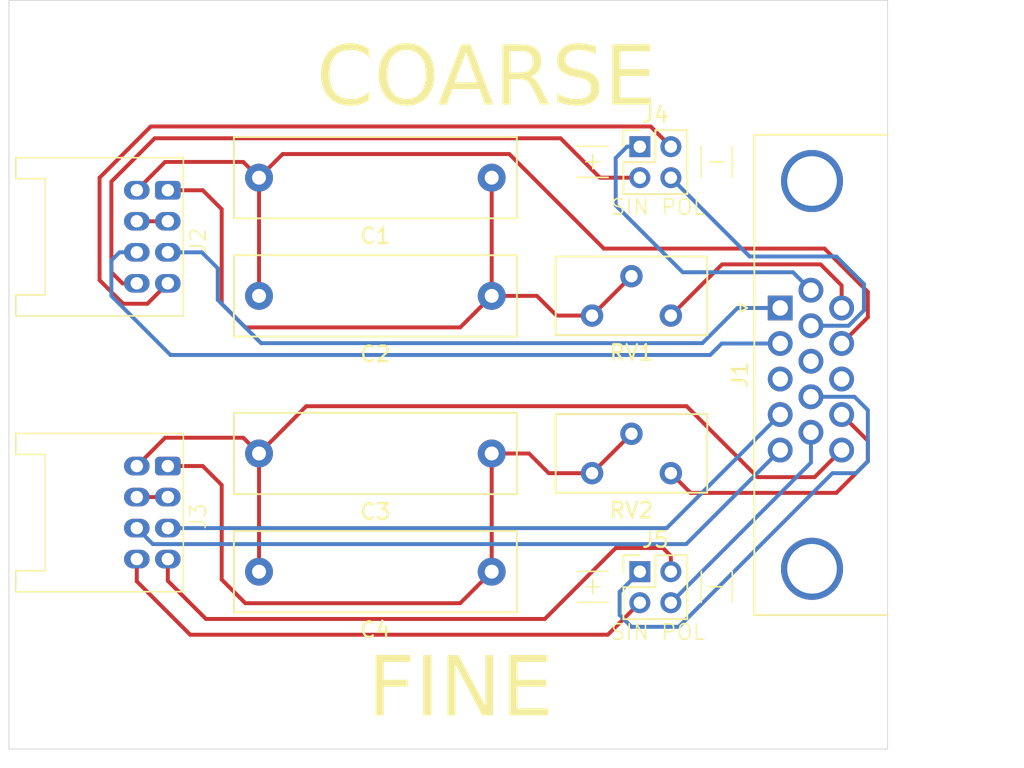
<source format=kicad_pcb>
(kicad_pcb (version 20240108) (generator "pcbnew") (generator_version "8.0")
  (layers (0 "F.Cu" signal) (31 "B.Cu" signal) (34 "B.Paste" user) (35 "F.Paste" user) (36 "B.SilkS" user "B.Silkscreen") (37 "F.SilkS" user "F.Silkscreen") (38 "B.Mask" user) (39 "F.Mask" user) (44 "Edge.Cuts" user))
  (net 0 "")
  (net 1 "Net-(J2-Pin_1)")
  (net 2 "/28RFL")
  (net 3 "Net-(J3-Pin_1)")
  (net 4 "/5RFL")
  (net 5 "/CSINH")
  (net 6 "/FCOSL")
  (net 7 "/FCOSH")
  (net 8 "GND")
  (net 9 "/CCOSL")
  (net 10 "/CCOSH")
  (net 11 "/CSINL")
  (net 12 "/FSINL")
  (net 13 "/5RFH")
  (net 15 "/FSINH")
  (net 17 "/28RFH")
  (net 18 "Net-(J2-Pin_3)")
  (net 19 "Net-(J2-Pin_7)")
  (net 20 "Net-(J2-Pin_8)")
  (net 21 "Net-(J3-Pin_7)")
  (net 22 "Net-(J3-Pin_3)")
  (net 23 "Net-(J3-Pin_8)")
  (footprint "cdu:DF11-8DP-2DS" (layer "F.Cu") (at 46.31 51.61 90)
    (property "Reference" "J3" (at -3.254 1.95 90) (layer "F.SilkS") (effects (font (thickness 0.1))))
    (property "Value" "Conn_01x08")
    (fp_line (start 0.75 -9.8) (end 2.1 -9.8) (stroke (width 0.1)) (layer "F.SilkS"))
    (fp_line (start -6.75 -9.8) (end -6.75 -7.9) (stroke (width 0.1)) (layer "F.SilkS"))
    (fp_line (start -8.1 -9.8) (end -6.75 -9.8) (stroke (width 0.1)) (layer "F.SilkS"))
    (fp_line (start -8.1 -9.8) (end -8.1 1) (stroke (width 0.1)) (layer "F.SilkS"))
    (fp_line (start 0.75 -7.9) (end 0.75 -9.8) (stroke (width 0.1)) (layer "F.SilkS"))
    (fp_line (start -6.75 -7.9) (end 0.75 -7.9) (stroke (width 0.1)) (layer "F.SilkS"))
    (fp_line (start 2.1 1) (end 2.1 -9.8) (stroke (width 0.1)) (layer "F.SilkS"))
    (fp_line (start -8.1 1) (end 2.1 1) (stroke (width 0.1)) (layer "F.SilkS"))
    (pad "1" thru_hole roundrect (at 0 0 270) (size 1.2 1.65) (drill 0.8) (layers "*.Cu" "*.Mask") (roundrect_rratio 0.2083333333) (net 3 "Net-(J3-Pin_1)"))
    (pad "2" thru_hole oval (at 0 -2 270) (size 1.2 1.65) (drill 0.8) (layers "*.Cu" "*.Mask") (net 4 "/5RFL"))
    (pad "3" thru_hole oval (at -2 0 270) (size 1.2 1.65) (drill 0.8) (layers "*.Cu" "*.Mask") (net 22 "Net-(J3-Pin_3)"))
    (pad "4" thru_hole oval (at -2 -2 270) (size 1.2 1.65) (drill 0.8) (layers "*.Cu" "*.Mask") (net 22 "Net-(J3-Pin_3)"))
    (pad "5" thru_hole oval (at -4 0 270) (size 1.2 1.65) (drill 0.8) (layers "*.Cu" "*.Mask") (net 7 "/FCOSH"))
    (pad "6" thru_hole oval (at -4 -2 270) (size 1.2 1.65) (drill 0.8) (layers "*.Cu" "*.Mask") (net 6 "/FCOSL"))
    (pad "7" thru_hole oval (at -6 0 270) (size 1.2 1.65) (drill 0.8) (layers "*.Cu" "*.Mask") (net 21 "Net-(J3-Pin_7)"))
    (pad "8" thru_hole oval (at -6 -2 270) (size 1.2 1.65) (drill 0.8) (layers "*.Cu" "*.Mask") (net 23 "Net-(J3-Pin_8)"))
  )
  (footprint "Connector_Dsub:DSUB-15-HD_Female_Horizontal_P2.29x1.98mm_EdgePinOffset3.03mm_Housed_MountingHolesOffset4.94mm" (layer "F.Cu") (at 85.789669 41.42 90)
    (property "Reference" "J1" (at -4.315 -2.61 90) (layer "F.SilkS"))
    (property "Value" "Conn_01x15")
    (fp_line (start 0.25 -2.564338) (end 0 -2.131325) (stroke (width 0.12)) (layer "F.SilkS"))
    (fp_line (start -0.25 -2.564338) (end 0.25 -2.564338) (stroke (width 0.12)) (layer "F.SilkS"))
    (fp_line (start 0 -2.131325) (end -0.25 -2.564338) (stroke (width 0.12)) (layer "F.SilkS"))
    (fp_line (start 11.17 -1.67) (end 11.17 6.93) (stroke (width 0.12)) (layer "F.SilkS"))
    (fp_line (start -19.8 -1.67) (end 11.17 -1.67) (stroke (width 0.12)) (layer "F.SilkS"))
    (fp_line (start -19.8 6.93) (end -19.8 -1.67) (stroke (width 0.12)) (layer "F.SilkS"))
    (pad "0" thru_hole circle (at -16.815 2.05 90) (size 4 4) (drill 3.2) (layers "*.Cu" "*.Mask"))
    (pad "0" thru_hole circle (at 8.185 2.05 90) (size 4 4) (drill 3.2) (layers "*.Cu" "*.Mask"))
    (pad "1" thru_hole rect (at 0 0 90) (size 1.6 1.6) (drill 1) (layers "*.Cu" "*.Mask") (net 10 "/CCOSH"))
    (pad "2" thru_hole circle (at -2.29 0 90) (size 1.6 1.6) (drill 1) (layers "*.Cu" "*.Mask") (net 9 "/CCOSL"))
    (pad "3" thru_hole circle (at -4.58 0 90) (size 1.6 1.6) (drill 1) (layers "*.Cu" "*.Mask"))
    (pad "4" thru_hole circle (at -6.87 0 90) (size 1.6 1.6) (drill 1) (layers "*.Cu" "*.Mask") (net 7 "/FCOSH"))
    (pad "5" thru_hole circle (at -9.16 0 90) (size 1.6 1.6) (drill 1) (layers "*.Cu" "*.Mask") (net 6 "/FCOSL"))
    (pad "6" thru_hole circle (at 1.145 1.98 90) (size 1.6 1.6) (drill 1) (layers "*.Cu" "*.Mask") (net 5 "/CSINH"))
    (pad "7" thru_hole circle (at -1.145 1.98 90) (size 1.6 1.6) (drill 1) (layers "*.Cu" "*.Mask") (net 11 "/CSINL"))
    (pad "8" thru_hole circle (at -3.435 1.98 90) (size 1.6 1.6) (drill 1) (layers "*.Cu" "*.Mask"))
    (pad "9" thru_hole circle (at -5.725 1.98 90) (size 1.6 1.6) (drill 1) (layers "*.Cu" "*.Mask") (net 15 "/FSINH"))
    (pad "10" thru_hole circle (at -8.015 1.98 90) (size 1.6 1.6) (drill 1) (layers "*.Cu" "*.Mask") (net 12 "/FSINL"))
    (pad "11" thru_hole circle (at 0 3.96 90) (size 1.6 1.6) (drill 1) (layers "*.Cu" "*.Mask") (net 17 "/28RFH"))
    (pad "12" thru_hole circle (at -2.29 3.96 90) (size 1.6 1.6) (drill 1) (layers "*.Cu" "*.Mask") (net 2 "/28RFL"))
    (pad "13" thru_hole circle (at -4.58 3.96 90) (size 1.6 1.6) (drill 1) (layers "*.Cu" "*.Mask") (net 8 "GND"))
    (pad "14" thru_hole circle (at -6.87 3.96 90) (size 1.6 1.6) (drill 1) (layers "*.Cu" "*.Mask") (net 13 "/5RFH"))
    (pad "15" thru_hole circle (at -9.16 3.96 90) (size 1.6 1.6) (drill 1) (layers "*.Cu" "*.Mask") (net 4 "/5RFL"))
  )
  (footprint "cdu:C_Rect_L18.0mm_W5.0mm_P15.00mm_O0.6mm_FKS3_FKP3" (layer "F.Cu") (at 67.19 40.64 180)
    (property "Reference" "C2" (at 7.5 -3.75 180) (layer "F.SilkS"))
    (property "Value" "0.56uF")
    (fp_line (start 16.62 -2.62) (end 16.62 2.62) (stroke (width 0.12)) (layer "F.SilkS"))
    (fp_line (start -1.62 2.62) (end 16.62 2.62) (stroke (width 0.12)) (layer "F.SilkS"))
    (fp_line (start -1.62 -2.62) (end 16.62 -2.62) (stroke (width 0.12)) (layer "F.SilkS"))
    (fp_line (start -1.62 -2.62) (end -1.62 2.62) (stroke (width 0.12)) (layer "F.SilkS"))
    (pad "1" thru_hole circle (at 0 0 180) (size 1.8 1.8) (drill 0.9) (layers "*.Cu" "*.Mask") (net 1 "Net-(J2-Pin_1)"))
    (pad "2" thru_hole circle (at 15 0 180) (size 1.8 1.8) (drill 0.9) (layers "*.Cu" "*.Mask") (net 2 "/28RFL"))
  )
  (footprint "Connector_PinHeader_2.00mm:PinHeader_2x02_P2.00mm_Vertical" (layer "F.Cu") (at 76.74 31.02)
    (property "Reference" "J4" (at 1 -2.06 0) (layer "F.SilkS"))
    (property "Value" "Conn_02x02_Odd_Even")
    (fp_line (start -1.06 -1.06) (end 0 -1.06) (stroke (width 0.12)) (layer "F.SilkS"))
    (fp_line (start -1.06 0) (end -1.06 -1.06) (stroke (width 0.12)) (layer "F.SilkS"))
    (fp_line (start -1.06 1) (end -1.06 3.06) (stroke (width 0.12)) (layer "F.SilkS"))
    (fp_line (start -1.06 1) (end 1 1) (stroke (width 0.12)) (layer "F.SilkS"))
    (fp_line (start -1.06 3.06) (end 3.06 3.06) (stroke (width 0.12)) (layer "F.SilkS"))
    (fp_line (start 1 -1.06) (end 3.06 -1.06) (stroke (width 0.12)) (layer "F.SilkS"))
    (fp_line (start 1 1) (end 1 -1.06) (stroke (width 0.12)) (layer "F.SilkS"))
    (fp_line (start 3.06 -1.06) (end 3.06 3.06) (stroke (width 0.12)) (layer "F.SilkS"))
    (pad "1" thru_hole rect (at 0 0) (size 1.35 1.35) (drill 0.8) (layers "*.Cu" "*.Mask") (net 5 "/CSINH"))
    (pad "2" thru_hole oval (at 2 0) (size 1.35 1.35) (drill 0.8) (layers "*.Cu" "*.Mask") (net 19 "Net-(J2-Pin_7)"))
    (pad "3" thru_hole oval (at 0 2) (size 1.35 1.35) (drill 0.8) (layers "*.Cu" "*.Mask") (net 20 "Net-(J2-Pin_8)"))
    (pad "4" thru_hole oval (at 2 2) (size 1.35 1.35) (drill 0.8) (layers "*.Cu" "*.Mask") (net 11 "/CSINL"))
  )
  (footprint "cdu:MountingHole_4-40" (layer "F.Cu") (at 87.63 25.4)
    (property "Reference" "H4" (hide yes))
    (property "Value" "MountingHole")
    (pad "" np_thru_hole circle (at 0 0) (size 2.9464 2.9464) (drill 2.9464) (layers "F&B.Cu" "*.Mask"))
  )
  (footprint "Connector_PinHeader_2.00mm:PinHeader_2x02_P2.00mm_Vertical" (layer "F.Cu") (at 76.74 58.42)
    (property "Reference" "J5" (at 1 -2.06 0) (layer "F.SilkS"))
    (property "Value" "Conn_02x02_Odd_Even")
    (fp_line (start -1.06 -1.06) (end 0 -1.06) (stroke (width 0.12)) (layer "F.SilkS"))
    (fp_line (start -1.06 0) (end -1.06 -1.06) (stroke (width 0.12)) (layer "F.SilkS"))
    (fp_line (start -1.06 1) (end -1.06 3.06) (stroke (width 0.12)) (layer "F.SilkS"))
    (fp_line (start -1.06 1) (end 1 1) (stroke (width 0.12)) (layer "F.SilkS"))
    (fp_line (start -1.06 3.06) (end 3.06 3.06) (stroke (width 0.12)) (layer "F.SilkS"))
    (fp_line (start 1 -1.06) (end 3.06 -1.06) (stroke (width 0.12)) (layer "F.SilkS"))
    (fp_line (start 1 1) (end 1 -1.06) (stroke (width 0.12)) (layer "F.SilkS"))
    (fp_line (start 3.06 -1.06) (end 3.06 3.06) (stroke (width 0.12)) (layer "F.SilkS"))
    (pad "1" thru_hole rect (at 0 0) (size 1.35 1.35) (drill 0.8) (layers "*.Cu" "*.Mask") (net 15 "/FSINH"))
    (pad "2" thru_hole oval (at 2 0) (size 1.35 1.35) (drill 0.8) (layers "*.Cu" "*.Mask") (net 21 "Net-(J3-Pin_7)"))
    (pad "3" thru_hole oval (at 0 2) (size 1.35 1.35) (drill 0.8) (layers "*.Cu" "*.Mask") (net 23 "Net-(J3-Pin_8)"))
    (pad "4" thru_hole oval (at 2 2) (size 1.35 1.35) (drill 0.8) (layers "*.Cu" "*.Mask") (net 12 "/FSINL"))
  )
  (footprint "cdu:MountingHole_4-40" (layer "F.Cu") (at 40.64 25.4)
    (property "Reference" "H1" (hide yes))
    (property "Value" "MountingHole")
    (pad "" np_thru_hole circle (at 0 0) (size 2.9464 2.9464) (drill 2.9464) (layers "F&B.Cu" "*.Mask"))
  )
  (footprint "Potentiometer_THT:Potentiometer_Bourns_3296Y_Vertical" (layer "F.Cu") (at 73.66 41.91 180)
    (property "Reference" "RV1" (at -2.54 -2.39 360) (layer "F.SilkS"))
    (property "Value" "R_Potentiometer_Trim_US")
    (fp_line (start 2.345 -1.26) (end 2.345 3.81) (stroke (width 0.12)) (layer "F.SilkS"))
    (fp_line (start -7.425 3.81) (end 2.345 3.81) (stroke (width 0.12)) (layer "F.SilkS"))
    (fp_line (start -7.425 -1.26) (end 2.345 -1.26) (stroke (width 0.12)) (layer "F.SilkS"))
    (fp_line (start -7.425 -1.26) (end -7.425 3.81) (stroke (width 0.12)) (layer "F.SilkS"))
    (pad "1" thru_hole circle (at 0 0 180) (size 1.44 1.44) (drill 0.8) (layers "*.Cu" "*.Mask") (net 1 "Net-(J2-Pin_1)"))
    (pad "2" thru_hole circle (at -2.54 2.54 180) (size 1.44 1.44) (drill 0.8) (layers "*.Cu" "*.Mask") (net 1 "Net-(J2-Pin_1)"))
    (pad "3" thru_hole circle (at -5.08 0 180) (size 1.44 1.44) (drill 0.8) (layers "*.Cu" "*.Mask") (net 17 "/28RFH"))
  )
  (footprint "cdu:MountingHole_4-40" (layer "F.Cu") (at 40.64 66.04)
    (property "Reference" "H3" (hide yes))
    (property "Value" "MountingHole")
    (pad "" np_thru_hole circle (at 0 0) (size 2.9464 2.9464) (drill 2.9464) (layers "F&B.Cu" "*.Mask"))
  )
  (footprint "cdu:C_Rect_L18.0mm_W5.0mm_P15.00mm_O0.6mm_FKS3_FKP3" (layer "F.Cu") (at 67.19 58.42 180)
    (property "Reference" "C4" (at 7.5 -3.75 180) (layer "F.SilkS"))
    (property "Value" "0.56uF")
    (fp_line (start 16.62 -2.62) (end 16.62 2.62) (stroke (width 0.12)) (layer "F.SilkS"))
    (fp_line (start -1.62 2.62) (end 16.62 2.62) (stroke (width 0.12)) (layer "F.SilkS"))
    (fp_line (start -1.62 -2.62) (end 16.62 -2.62) (stroke (width 0.12)) (layer "F.SilkS"))
    (fp_line (start -1.62 -2.62) (end -1.62 2.62) (stroke (width 0.12)) (layer "F.SilkS"))
    (pad "1" thru_hole circle (at 0 0 180) (size 1.8 1.8) (drill 0.9) (layers "*.Cu" "*.Mask") (net 3 "Net-(J3-Pin_1)"))
    (pad "2" thru_hole circle (at 15 0 180) (size 1.8 1.8) (drill 0.9) (layers "*.Cu" "*.Mask") (net 4 "/5RFL"))
  )
  (footprint "cdu:DF11-8DP-2DS" (layer "F.Cu") (at 46.31 33.83 90)
    (property "Reference" "J2" (at -3.254 1.95 90) (layer "F.SilkS") (effects (font (thickness 0.1))))
    (property "Value" "Conn_01x08")
    (fp_line (start 0.75 -9.8) (end 2.1 -9.8) (stroke (width 0.1)) (layer "F.SilkS"))
    (fp_line (start -6.75 -9.8) (end -6.75 -7.9) (stroke (width 0.1)) (layer "F.SilkS"))
    (fp_line (start -8.1 -9.8) (end -6.75 -9.8) (stroke (width 0.1)) (layer "F.SilkS"))
    (fp_line (start -8.1 -9.8) (end -8.1 1) (stroke (width 0.1)) (layer "F.SilkS"))
    (fp_line (start 0.75 -7.9) (end 0.75 -9.8) (stroke (width 0.1)) (layer "F.SilkS"))
    (fp_line (start -6.75 -7.9) (end 0.75 -7.9) (stroke (width 0.1)) (layer "F.SilkS"))
    (fp_line (start 2.1 1) (end 2.1 -9.8) (stroke (width 0.1)) (layer "F.SilkS"))
    (fp_line (start -8.1 1) (end 2.1 1) (stroke (width 0.1)) (layer "F.SilkS"))
    (pad "1" thru_hole roundrect (at 0 0 270) (size 1.2 1.65) (drill 0.8) (layers "*.Cu" "*.Mask") (roundrect_rratio 0.2083333333) (net 1 "Net-(J2-Pin_1)"))
    (pad "2" thru_hole oval (at 0 -2 270) (size 1.2 1.65) (drill 0.8) (layers "*.Cu" "*.Mask") (net 2 "/28RFL"))
    (pad "3" thru_hole oval (at -2 0 270) (size 1.2 1.65) (drill 0.8) (layers "*.Cu" "*.Mask") (net 18 "Net-(J2-Pin_3)"))
    (pad "4" thru_hole oval (at -2 -2 270) (size 1.2 1.65) (drill 0.8) (layers "*.Cu" "*.Mask") (net 18 "Net-(J2-Pin_3)"))
    (pad "5" thru_hole oval (at -4 0 270) (size 1.2 1.65) (drill 0.8) (layers "*.Cu" "*.Mask") (net 10 "/CCOSH"))
    (pad "6" thru_hole oval (at -4 -2 270) (size 1.2 1.65) (drill 0.8) (layers "*.Cu" "*.Mask") (net 9 "/CCOSL"))
    (pad "7" thru_hole oval (at -6 0 270) (size 1.2 1.65) (drill 0.8) (layers "*.Cu" "*.Mask") (net 19 "Net-(J2-Pin_7)"))
    (pad "8" thru_hole oval (at -6 -2 270) (size 1.2 1.65) (drill 0.8) (layers "*.Cu" "*.Mask") (net 20 "Net-(J2-Pin_8)"))
  )
  (footprint "cdu:C_Rect_L18.0mm_W5.0mm_P15.00mm_O0.6mm_FKS3_FKP3" (layer "F.Cu") (at 67.19 33.02 180)
    (property "Reference" "C1" (at 7.5 -3.75 180) (layer "F.SilkS"))
    (property "Value" "0.56uF")
    (fp_line (start 16.62 -2.62) (end 16.62 2.62) (stroke (width 0.12)) (layer "F.SilkS"))
    (fp_line (start -1.62 2.62) (end 16.62 2.62) (stroke (width 0.12)) (layer "F.SilkS"))
    (fp_line (start -1.62 -2.62) (end 16.62 -2.62) (stroke (width 0.12)) (layer "F.SilkS"))
    (fp_line (start -1.62 -2.62) (end -1.62 2.62) (stroke (width 0.12)) (layer "F.SilkS"))
    (pad "1" thru_hole circle (at 0 0 180) (size 1.8 1.8) (drill 0.9) (layers "*.Cu" "*.Mask") (net 1 "Net-(J2-Pin_1)"))
    (pad "2" thru_hole circle (at 15 0 180) (size 1.8 1.8) (drill 0.9) (layers "*.Cu" "*.Mask") (net 2 "/28RFL"))
  )
  (footprint "Potentiometer_THT:Potentiometer_Bourns_3296Y_Vertical" (layer "F.Cu") (at 73.66 52.07 180)
    (property "Reference" "RV2" (at -2.54 -2.39 360) (layer "F.SilkS"))
    (property "Value" "R_Potentiometer_Trim_US")
    (fp_line (start 2.345 -1.26) (end 2.345 3.81) (stroke (width 0.12)) (layer "F.SilkS"))
    (fp_line (start -7.425 3.81) (end 2.345 3.81) (stroke (width 0.12)) (layer "F.SilkS"))
    (fp_line (start -7.425 -1.26) (end 2.345 -1.26) (stroke (width 0.12)) (layer "F.SilkS"))
    (fp_line (start -7.425 -1.26) (end -7.425 3.81) (stroke (width 0.12)) (layer "F.SilkS"))
    (pad "1" thru_hole circle (at 0 0 180) (size 1.44 1.44) (drill 0.8) (layers "*.Cu" "*.Mask") (net 3 "Net-(J3-Pin_1)"))
    (pad "2" thru_hole circle (at -2.54 2.54 180) (size 1.44 1.44) (drill 0.8) (layers "*.Cu" "*.Mask") (net 3 "Net-(J3-Pin_1)"))
    (pad "3" thru_hole circle (at -5.08 0 180) (size 1.44 1.44) (drill 0.8) (layers "*.Cu" "*.Mask") (net 13 "/5RFH"))
  )
  (footprint "cdu:MountingHole_4-40" (layer "F.Cu") (at 87.63 66.04)
    (property "Reference" "H2" (hide yes))
    (property "Value" "MountingHole")
    (pad "" np_thru_hole circle (at 0 0) (size 2.9464 2.9464) (drill 2.9464) (layers "F&B.Cu" "*.Mask"))
  )
  (footprint "cdu:C_Rect_L18.0mm_W5.0mm_P15.00mm_O0.6mm_FKS3_FKP3" (layer "F.Cu") (at 67.19 50.8 180)
    (property "Reference" "C3" (at 7.5 -3.75 180) (layer "F.SilkS"))
    (property "Value" "0.56uF")
    (fp_line (start 16.62 -2.62) (end 16.62 2.62) (stroke (width 0.12)) (layer "F.SilkS"))
    (fp_line (start -1.62 2.62) (end 16.62 2.62) (stroke (width 0.12)) (layer "F.SilkS"))
    (fp_line (start -1.62 -2.62) (end 16.62 -2.62) (stroke (width 0.12)) (layer "F.SilkS"))
    (fp_line (start -1.62 -2.62) (end -1.62 2.62) (stroke (width 0.12)) (layer "F.SilkS"))
    (pad "1" thru_hole circle (at 0 0 180) (size 1.8 1.8) (drill 0.9) (layers "*.Cu" "*.Mask") (net 3 "Net-(J3-Pin_1)"))
    (pad "2" thru_hole circle (at 15 0 180) (size 1.8 1.8) (drill 0.9) (layers "*.Cu" "*.Mask") (net 4 "/5RFL"))
  )
  (gr_line (start 74.7 31) (end 72.7 31) (stroke (width 0.1)) (layer "F.SilkS"))
  (gr_line (start 74.7 33) (end 72.7 33) (stroke (width 0.1)) (layer "F.SilkS"))
  (gr_line (start 80.7 58.4) (end 80.7 60.4) (stroke (width 0.1)) (layer "F.SilkS"))
  (gr_line (start 82.7 31) (end 82.7 33) (stroke (width 0.1)) (layer "F.SilkS"))
  (gr_line (start 74.7 60.4) (end 72.7 60.4) (stroke (width 0.1)) (layer "F.SilkS"))
  (gr_line (start 82.7 58.4) (end 82.7 60.4) (stroke (width 0.1)) (layer "F.SilkS"))
  (gr_line (start 80.7 31) (end 80.7 33) (stroke (width 0.1)) (layer "F.SilkS"))
  (gr_line (start 74.7 58.4) (end 72.7 58.4) (stroke (width 0.1)) (layer "F.SilkS"))
  (gr_rect (start 36.068 21.59) (end 92.71 69.85) (stroke (width 0.05)) (fill none) (layer "Edge.Cuts"))
  (gr_text "SIN POL" (at 74.8 62.9 0) (layer "F.SilkS") (effects (font (size 1 1) (thickness 0.1)) (justify left bottom)))
  (gr_text "-" (at 80.9 60 0) (layer "F.SilkS") (effects (font (size 1.2 1.2) (thickness 0.1)) (justify left bottom)))
  (gr_text "+" (at 72.9 60 0) (layer "F.SilkS") (effects (font (size 1.2 1.2) (thickness 0.1)) (justify left bottom)))
  (gr_text "-" (at 80.9 32.6 0) (layer "F.SilkS") (effects (font (size 1.2 1.2) (thickness 0.1)) (justify left bottom)))
  (gr_text "SIN POL" (at 74.8 35.5 0) (layer "F.SilkS") (effects (font (size 1 1) (thickness 0.1)) (justify left bottom)))
  (gr_text "COARSE" (at 55.88 28.956 0) (layer "F.SilkS") (effects (font (size 3.81 3.81) (thickness 0.1)) (justify left bottom)))
  (gr_text "FINE" (at 59.182 68.326 0) (layer "F.SilkS") (effects (font (size 3.81 3.81) (thickness 0.1)) (justify left bottom)))
  (gr_text "+" (at 72.9 32.6 0) (layer "F.SilkS") (effects (font (size 1.2 1.2) (thickness 0.1)) (justify left bottom)))
  (segment (start 49.784 41.148) (end 51.308 42.672) (width 0.254) (layer "F.Cu") (net 1))
  (segment (start 48.562 33.83) (end 49.784 35.052) (width 0.254) (layer "F.Cu") (net 1))
  (segment (start 70.104 40.64) (end 67.19 40.64) (width 0.254) (layer "F.Cu") (net 1))
  (segment (start 73.66 41.91) (end 71.374 41.91) (width 0.254) (layer "F.Cu") (net 1))
  (segment (start 46.31 33.83) (end 48.562 33.83) (width 0.254) (layer "F.Cu") (net 1))
  (segment (start 49.784 35.052) (end 49.784 41.148) (width 0.254) (layer "F.Cu") (net 1))
  (segment (start 76.2 39.37) (end 73.66 41.91) (width 0.254) (layer "F.Cu") (net 1))
  (segment (start 65.158 42.672) (end 67.19 40.64) (width 0.254) (layer "F.Cu") (net 1))
  (segment (start 51.308 42.672) (end 65.158 42.672) (width 0.254) (layer "F.Cu") (net 1))
  (segment (start 67.19 33.02) (end 67.19 40.64) (width 0.254) (layer "F.Cu") (net 1))
  (segment (start 71.374 41.91) (end 70.104 40.64) (width 0.254) (layer "F.Cu") (net 1))
  (segment (start 88.646 37.592) (end 74.422 37.592) (width 0.254) (layer "F.Cu") (net 2))
  (segment (start 52.19 33.02) (end 52.19 40.64) (width 0.254) (layer "F.Cu") (net 2))
  (segment (start 53.714 31.496) (end 52.19 33.02) (width 0.254) (layer "F.Cu") (net 2))
  (segment (start 68.326 31.496) (end 53.714 31.496) (width 0.254) (layer "F.Cu") (net 2))
  (segment (start 46.136 32.004) (end 51.174 32.004) (width 0.254) (layer "F.Cu") (net 2))
  (segment (start 91.44 40.386) (end 88.646 37.592) (width 0.254) (layer "F.Cu") (net 2))
  (segment (start 89.749669 43.71) (end 91.44 42.019669) (width 0.254) (layer "F.Cu") (net 2))
  (segment (start 51.174 32.004) (end 52.19 33.02) (width 0.254) (layer "F.Cu") (net 2))
  (segment (start 91.44 42.019669) (end 91.44 40.386) (width 0.254) (layer "F.Cu") (net 2))
  (segment (start 74.422 37.592) (end 68.326 31.496) (width 0.254) (layer "F.Cu") (net 2))
  (segment (start 44.31 33.83) (end 46.136 32.004) (width 0.254) (layer "F.Cu") (net 2))
  (segment (start 69.596 50.8) (end 67.19 50.8) (width 0.254) (layer "F.Cu") (net 3))
  (segment (start 67.19 50.8) (end 67.19 58.42) (width 0.254) (layer "F.Cu") (net 3))
  (segment (start 76.2 49.53) (end 73.66 52.07) (width 0.254) (layer "F.Cu") (net 3))
  (segment (start 46.31 51.61) (end 48.562 51.61) (width 0.254) (layer "F.Cu") (net 3))
  (segment (start 70.866 52.07) (end 69.596 50.8) (width 0.254) (layer "F.Cu") (net 3))
  (segment (start 48.562 51.61) (end 49.784 52.832) (width 0.254) (layer "F.Cu") (net 3))
  (segment (start 49.784 58.928) (end 51.308 60.452) (width 0.254) (layer "F.Cu") (net 3))
  (segment (start 51.308 60.452) (end 65.158 60.452) (width 0.254) (layer "F.Cu") (net 3))
  (segment (start 65.158 60.452) (end 67.19 58.42) (width 0.254) (layer "F.Cu") (net 3))
  (segment (start 73.66 52.07) (end 70.866 52.07) (width 0.254) (layer "F.Cu") (net 3))
  (segment (start 49.784 52.832) (end 49.784 58.928) (width 0.254) (layer "F.Cu") (net 3))
  (segment (start 55.238 47.752) (end 52.19 50.8) (width 0.254) (layer "F.Cu") (net 4))
  (segment (start 79.756 47.752) (end 55.238 47.752) (width 0.254) (layer "F.Cu") (net 4))
  (segment (start 88.005669 52.324) (end 84.328 52.324) (width 0.254) (layer "F.Cu") (net 4))
  (segment (start 51.174 49.784) (end 46.136 49.784) (width 0.254) (layer "F.Cu") (net 4))
  (segment (start 52.19 50.8) (end 51.174 49.784) (width 0.254) (layer "F.Cu") (net 4))
  (segment (start 52.19 50.8) (end 52.19 58.42) (width 0.254) (layer "F.Cu") (net 4))
  (segment (start 84.328 52.324) (end 79.756 47.752) (width 0.254) (layer "F.Cu") (net 4))
  (segment (start 46.136 49.784) (end 44.31 51.61) (width 0.254) (layer "F.Cu") (net 4))
  (segment (start 89.749669 50.58) (end 88.005669 52.324) (width 0.254) (layer "F.Cu") (net 4))
  (segment (start 87.769669 40.275) (end 86.610669 39.116) (width 0.254) (layer "B.Cu") (net 5))
  (segment (start 75.184 34.798) (end 75.184 31.75) (width 0.254) (layer "B.Cu") (net 5))
  (segment (start 86.610669 39.116) (end 79.502 39.116) (width 0.254) (layer "B.Cu") (net 5))
  (segment (start 75.914 31.02) (end 76.74 31.02) (width 0.254) (layer "B.Cu") (net 5))
  (segment (start 75.184 31.75) (end 75.914 31.02) (width 0.254) (layer "B.Cu") (net 5))
  (segment (start 79.502 39.116) (end 75.184 34.798) (width 0.254) (layer "B.Cu") (net 5))
  (segment (start 44.31 55.61) (end 45.342 56.642) (width 0.254) (layer "B.Cu") (net 6))
  (segment (start 45.342 56.642) (end 79.727669 56.642) (width 0.254) (layer "B.Cu") (net 6))
  (segment (start 79.727669 56.642) (end 85.789669 50.58) (width 0.254) (layer "B.Cu") (net 6))
  (segment (start 78.469669 55.61) (end 46.31 55.61) (width 0.254) (layer "B.Cu") (net 7))
  (segment (start 85.789669 48.29) (end 78.469669 55.61) (width 0.254) (layer "B.Cu") (net 7))
  (segment (start 46.482 44.45) (end 42.672 40.64) (width 0.254) (layer "B.Cu") (net 9))
  (segment (start 42.672 38.354) (end 43.196 37.83) (width 0.254) (layer "B.Cu") (net 9))
  (segment (start 81.28 44.45) (end 46.482 44.45) (width 0.254) (layer "B.Cu") (net 9))
  (segment (start 42.672 40.64) (end 42.672 38.354) (width 0.254) (layer "B.Cu") (net 9))
  (segment (start 43.196 37.83) (end 44.31 37.83) (width 0.254) (layer "B.Cu") (net 9))
  (segment (start 85.789669 43.71) (end 82.02 43.71) (width 0.254) (layer "B.Cu") (net 9))
  (segment (start 82.02 43.71) (end 81.28 44.45) (width 0.254) (layer "B.Cu") (net 9))
  (segment (start 85.789669 41.42) (end 83.04 41.42) (width 0.254) (layer "B.Cu") (net 10))
  (segment (start 83.04 41.42) (end 80.772 43.688) (width 0.254) (layer "B.Cu") (net 10))
  (segment (start 80.772 43.688) (end 52.324 43.688) (width 0.254) (layer "B.Cu") (net 10))
  (segment (start 49.53 40.894) (end 49.53 38.862) (width 0.254) (layer "B.Cu") (net 10))
  (segment (start 48.498 37.83) (end 46.31 37.83) (width 0.254) (layer "B.Cu") (net 10))
  (segment (start 52.324 43.688) (end 49.53 40.894) (width 0.254) (layer "B.Cu") (net 10))
  (segment (start 49.53 38.862) (end 48.498 37.83) (width 0.254) (layer "B.Cu") (net 10))
  (segment (start 83.82 38.1) (end 78.74 33.02) (width 0.254) (layer "B.Cu") (net 11))
  (segment (start 91.186 41.577488) (end 91.186 39.878) (width 0.254) (layer "B.Cu") (net 11))
  (segment (start 90.198488 42.565) (end 91.186 41.577488) (width 0.254) (layer "B.Cu") (net 11))
  (segment (start 89.408 38.1) (end 83.82 38.1) (width 0.254) (layer "B.Cu") (net 11))
  (segment (start 87.769669 42.565) (end 90.198488 42.565) (width 0.254) (layer "B.Cu") (net 11))
  (segment (start 91.186 39.878) (end 89.408 38.1) (width 0.254) (layer "B.Cu") (net 11))
  (segment (start 78.74 60.42) (end 87.769669 51.390331) (width 0.254) (layer "B.Cu") (net 12))
  (segment (start 87.769669 51.390331) (end 87.769669 49.435) (width 0.254) (layer "B.Cu") (net 12))
  (segment (start 89.749669 48.29) (end 91.44 49.980331) (width 0.254) (layer "F.Cu") (net 13))
  (segment (start 91.44 49.980331) (end 91.44 51.308) (width 0.254) (layer "F.Cu") (net 13))
  (segment (start 91.44 51.308) (end 89.408 53.34) (width 0.254) (layer "F.Cu") (net 13))
  (segment (start 80.01 53.34) (end 78.74 52.07) (width 0.254) (layer "F.Cu") (net 13))
  (segment (start 89.408 53.34) (end 80.01 53.34) (width 0.254) (layer "F.Cu") (net 13))
  (segment (start 91.44 51.308) (end 91.44 48.006) (width 0.254) (layer "B.Cu") (net 15))
  (segment (start 90.579 47.145) (end 87.769669 47.145) (width 0.254) (layer "B.Cu") (net 15))
  (segment (start 91.44 48.006) (end 90.579 47.145) (width 0.254) (layer "B.Cu") (net 15))
  (segment (start 75.438 61.214) (end 76.2 61.976) (width 0.254) (layer "B.Cu") (net 15))
  (segment (start 75.438 59.722) (end 75.438 61.214) (width 0.254) (layer "B.Cu") (net 15))
  (segment (start 79.248 61.976) (end 89.154 52.07) (width 0.254) (layer "B.Cu") (net 15))
  (segment (start 89.154 52.07) (end 90.678 52.07) (width 0.254) (layer "B.Cu") (net 15))
  (segment (start 90.678 52.07) (end 91.44 51.308) (width 0.254) (layer "B.Cu") (net 15))
  (segment (start 76.2 61.976) (end 79.248 61.976) (width 0.254) (layer "B.Cu") (net 15))
  (segment (start 76.74 58.42) (end 75.438 59.722) (width 0.254) (layer "B.Cu") (net 15))
  (segment (start 89.749669 41.42) (end 89.749669 39.965669) (width 0.254) (layer "F.Cu") (net 17))
  (segment (start 82.042 38.608) (end 78.74 41.91) (width 0.254) (layer "F.Cu") (net 17))
  (segment (start 89.749669 39.965669) (end 88.392 38.608) (width 0.254) (layer "F.Cu") (net 17))
  (segment (start 88.392 38.608) (end 82.042 38.608) (width 0.254) (layer "F.Cu") (net 17))
  (segment (start 44.31 35.83) (end 46.31 35.83) (width 0.254) (layer "F.Cu") (net 18))
  (segment (start 44.992 41.148) (end 43.434 41.148) (width 0.254) (layer "F.Cu") (net 19))
  (segment (start 43.434 41.148) (end 41.91 39.624) (width 0.254) (layer "F.Cu") (net 19))
  (segment (start 77.438 29.718) (end 78.74 31.02) (width 0.254) (layer "F.Cu") (net 19))
  (segment (start 41.91 39.624) (end 41.91 33.02) (width 0.254) (layer "F.Cu") (net 19))
  (segment (start 41.91 33.02) (end 45.212 29.718) (width 0.254) (layer "F.Cu") (net 19))
  (segment (start 46.31 39.83) (end 44.992 41.148) (width 0.254) (layer "F.Cu") (net 19))
  (segment (start 45.212 29.718) (end 77.438 29.718) (width 0.254) (layer "F.Cu") (net 19))
  (segment (start 45.466 30.48) (end 71.628 30.48) (width 0.254) (layer "F.Cu") (net 20))
  (segment (start 42.672 33.274) (end 45.466 30.48) (width 0.254) (layer "F.Cu") (net 20))
  (segment (start 42.672 39.116) (end 42.672 33.274) (width 0.254) (layer "F.Cu") (net 20))
  (segment (start 71.628 30.48) (end 74.168 33.02) (width 0.254) (layer "F.Cu") (net 20))
  (segment (start 43.386 39.83) (end 42.672 39.116) (width 0.254) (layer "F.Cu") (net 20))
  (segment (start 44.31 39.83) (end 43.386 39.83) (width 0.254) (layer "F.Cu") (net 20))
  (segment (start 74.168 33.02) (end 76.74 33.02) (width 0.254) (layer "F.Cu") (net 20))
  (segment (start 70.612 61.468) (end 75.184 56.896) (width 0.254) (layer "F.Cu") (net 21))
  (segment (start 46.31 59.01) (end 48.768 61.468) (width 0.254) (layer "F.Cu") (net 21))
  (segment (start 78.232 56.896) (end 78.74 57.404) (width 0.254) (layer "F.Cu") (net 21))
  (segment (start 75.184 56.896) (end 78.232 56.896) (width 0.254) (layer "F.Cu") (net 21))
  (segment (start 78.74 57.404) (end 78.74 58.42) (width 0.254) (layer "F.Cu") (net 21))
  (segment (start 48.768 61.468) (end 70.612 61.468) (width 0.254) (layer "F.Cu") (net 21))
  (segment (start 46.31 57.61) (end 46.31 59.01) (width 0.254) (layer "F.Cu") (net 21))
  (segment (start 44.31 53.61) (end 46.31 53.61) (width 0.254) (layer "F.Cu") (net 22))
  (segment (start 44.31 57.61) (end 44.31 59.042) (width 0.254) (layer "F.Cu") (net 23))
  (segment (start 74.676 62.484) (end 76.74 60.42) (width 0.254) (layer "F.Cu") (net 23))
  (segment (start 44.31 59.042) (end 47.752 62.484) (width 0.254) (layer "F.Cu") (net 23))
  (segment (start 47.752 62.484) (end 74.676 62.484) (width 0.254) (layer "F.Cu") (net 23))
)
</source>
